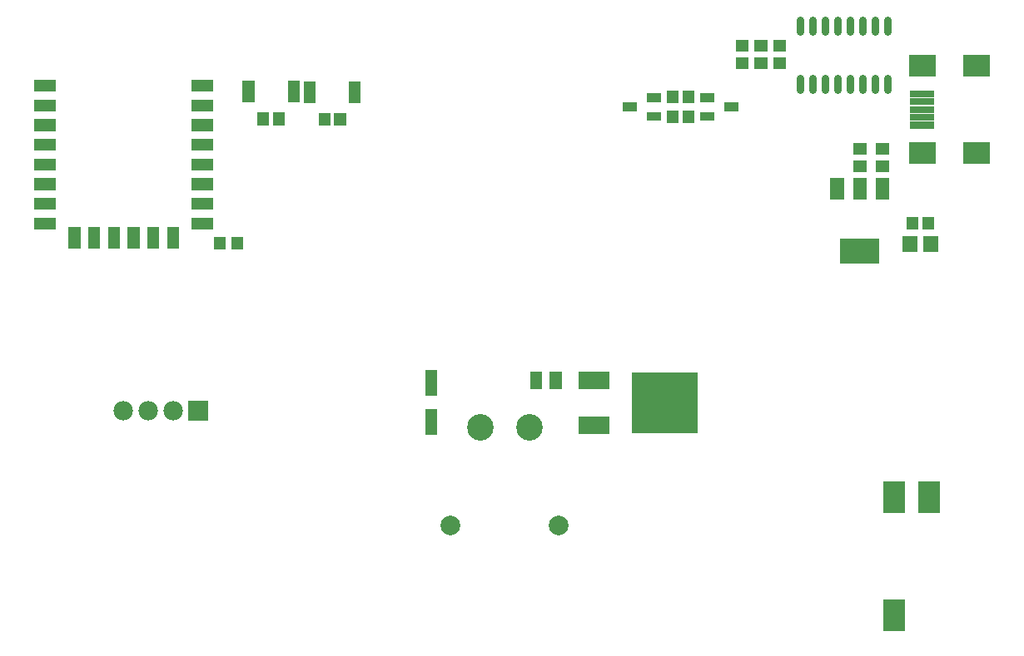
<source format=gbs>
G04 Layer: BottomSolderMaskLayer*
G04 EasyEDA v6.4.7, 2021-01-21T12:31:56+00:00*
G04 8b80c43fe55248bfb6e8376c4506c8f5,74a5fafabdd44b6e8d5e0fe5421ccbd6,10*
G04 Gerber Generator version 0.2*
G04 Scale: 100 percent, Rotated: No, Reflected: No *
G04 Dimensions in millimeters *
G04 leading zeros omitted , absolute positions ,3 integer and 3 decimal *
%FSLAX33Y33*%
%MOMM*%
G90*
D02*

%ADD40C,2.703195*%
%ADD41C,2.003196*%
%ADD43C,1.981200*%
%ADD46C,0.803199*%

%LPD*%
G54D46*
G01X88773Y60516D02*
G01X88773Y59316D01*
G01X87503Y60516D02*
G01X87503Y59316D01*
G01X86233Y60516D02*
G01X86233Y59316D01*
G01X84963Y60516D02*
G01X84963Y59316D01*
G01X83693Y60516D02*
G01X83693Y59316D01*
G01X82423Y60516D02*
G01X82423Y59316D01*
G01X81153Y60516D02*
G01X81153Y59316D01*
G01X79883Y60516D02*
G01X79883Y59316D01*
G01X88773Y66459D02*
G01X88773Y65259D01*
G01X87503Y66459D02*
G01X87503Y65259D01*
G01X86233Y66459D02*
G01X86233Y65259D01*
G01X84963Y66459D02*
G01X84963Y65259D01*
G01X83693Y66459D02*
G01X83693Y65259D01*
G01X82423Y66459D02*
G01X82423Y65259D01*
G01X81153Y66459D02*
G01X81153Y65259D01*
G01X79883Y66459D02*
G01X79883Y65259D01*
G36*
G01X57358Y28839D02*
G01X57358Y30642D01*
G01X60564Y30642D01*
G01X60564Y28839D01*
G01X57358Y28839D01*
G37*
G36*
G01X57353Y24267D02*
G01X57353Y26070D01*
G01X60556Y26070D01*
G01X60556Y24267D01*
G01X57353Y24267D01*
G37*
G36*
G01X62837Y24353D02*
G01X62837Y30556D01*
G01X69540Y30556D01*
G01X69540Y24353D01*
G01X62837Y24353D01*
G37*
G36*
G01X41776Y24153D02*
G01X41776Y26756D01*
G01X42979Y26756D01*
G01X42979Y24153D01*
G01X41776Y24153D01*
G37*
G36*
G01X41776Y28153D02*
G01X41776Y30757D01*
G01X42979Y30757D01*
G01X42979Y28153D01*
G01X41776Y28153D01*
G37*
G54D40*
G01X52371Y24962D03*
G01X47371Y24962D03*
G54D41*
G01X44371Y14962D03*
G01X55371Y14962D03*
G36*
G01X54460Y28864D02*
G01X54460Y30617D01*
G01X55664Y30617D01*
G01X55664Y28864D01*
G01X54460Y28864D01*
G37*
G36*
G01X52459Y28864D02*
G01X52459Y30617D01*
G01X53663Y30617D01*
G01X53663Y28864D01*
G01X52459Y28864D01*
G37*
G36*
G01X18037Y59103D02*
G01X18037Y60307D01*
G01X20239Y60307D01*
G01X20239Y59103D01*
G01X18037Y59103D01*
G37*
G36*
G01X18037Y57104D02*
G01X18037Y58308D01*
G01X20239Y58308D01*
G01X20239Y57104D01*
G01X18037Y57104D01*
G37*
G36*
G01X18037Y55105D02*
G01X18037Y56306D01*
G01X20239Y56306D01*
G01X20239Y55105D01*
G01X18037Y55105D01*
G37*
G36*
G01X18037Y53103D02*
G01X18037Y54307D01*
G01X20239Y54307D01*
G01X20239Y53103D01*
G01X18037Y53103D01*
G37*
G36*
G01X18037Y51104D02*
G01X18037Y52306D01*
G01X20239Y52306D01*
G01X20239Y51104D01*
G01X18037Y51104D01*
G37*
G36*
G01X18037Y49103D02*
G01X18037Y50307D01*
G01X20239Y50307D01*
G01X20239Y49103D01*
G01X18037Y49103D01*
G37*
G36*
G01X18037Y47104D02*
G01X18037Y48308D01*
G01X20239Y48308D01*
G01X20239Y47104D01*
G01X18037Y47104D01*
G37*
G36*
G01X18034Y45105D02*
G01X18034Y46306D01*
G01X20239Y46306D01*
G01X20239Y45105D01*
G01X18034Y45105D01*
G37*
G36*
G01X15535Y43124D02*
G01X15535Y45326D01*
G01X16739Y45326D01*
G01X16739Y43124D01*
G01X15535Y43124D01*
G37*
G36*
G01X13536Y43126D02*
G01X13536Y45328D01*
G01X14737Y45328D01*
G01X14737Y43126D01*
G01X13536Y43126D01*
G37*
G36*
G01X11534Y43124D02*
G01X11534Y45328D01*
G01X12738Y45328D01*
G01X12738Y43124D01*
G01X11534Y43124D01*
G37*
G36*
G01X9535Y43124D02*
G01X9535Y45328D01*
G01X10739Y45328D01*
G01X10739Y43124D01*
G01X9535Y43124D01*
G37*
G36*
G01X7536Y43124D02*
G01X7536Y45328D01*
G01X8738Y45328D01*
G01X8738Y43124D01*
G01X7536Y43124D01*
G37*
G36*
G01X5535Y43124D02*
G01X5535Y45328D01*
G01X6739Y45328D01*
G01X6739Y43124D01*
G01X5535Y43124D01*
G37*
G36*
G01X2035Y45105D02*
G01X2035Y46306D01*
G01X4239Y46306D01*
G01X4239Y45105D01*
G01X2035Y45105D01*
G37*
G36*
G01X2035Y47104D02*
G01X2035Y48308D01*
G01X4237Y48308D01*
G01X4237Y47104D01*
G01X2035Y47104D01*
G37*
G36*
G01X2032Y49103D02*
G01X2032Y50307D01*
G01X4237Y50307D01*
G01X4237Y49103D01*
G01X2032Y49103D01*
G37*
G36*
G01X2032Y51104D02*
G01X2032Y52308D01*
G01X4237Y52308D01*
G01X4237Y51104D01*
G01X2032Y51104D01*
G37*
G36*
G01X2035Y53103D02*
G01X2035Y54307D01*
G01X4237Y54307D01*
G01X4237Y53103D01*
G01X2035Y53103D01*
G37*
G36*
G01X2032Y55105D02*
G01X2032Y56306D01*
G01X4237Y56306D01*
G01X4237Y55105D01*
G01X2032Y55105D01*
G37*
G36*
G01X2032Y57104D02*
G01X2032Y58308D01*
G01X4237Y58308D01*
G01X4237Y57104D01*
G01X2032Y57104D01*
G37*
G36*
G01X2032Y59103D02*
G01X2032Y60307D01*
G01X4237Y60307D01*
G01X4237Y59103D01*
G01X2032Y59103D01*
G37*
G36*
G01X29444Y57975D02*
G01X29444Y60180D01*
G01X30645Y60180D01*
G01X30645Y57975D01*
G01X29444Y57975D01*
G37*
G36*
G01X34044Y57975D02*
G01X34044Y60180D01*
G01X35245Y60180D01*
G01X35245Y57975D01*
G01X34044Y57975D01*
G37*
G36*
G01X23221Y58034D02*
G01X23221Y60238D01*
G01X24422Y60238D01*
G01X24422Y58034D01*
G01X23221Y58034D01*
G37*
G36*
G01X27821Y58034D02*
G01X27821Y60238D01*
G01X29022Y60238D01*
G01X29022Y58034D01*
G01X27821Y58034D01*
G37*
G36*
G01X96482Y60647D02*
G01X96482Y62852D01*
G01X99185Y62852D01*
G01X99185Y60647D01*
G01X96482Y60647D01*
G37*
G36*
G01X90980Y60647D02*
G01X90980Y62852D01*
G01X93683Y62852D01*
G01X93683Y60647D01*
G01X90980Y60647D01*
G37*
G36*
G01X96482Y51747D02*
G01X96482Y53952D01*
G01X99185Y53952D01*
G01X99185Y51747D01*
G01X96482Y51747D01*
G37*
G36*
G01X90980Y51747D02*
G01X90980Y53952D01*
G01X93683Y53952D01*
G01X93683Y51747D01*
G01X90980Y51747D01*
G37*
G36*
G01X91082Y55349D02*
G01X91082Y56052D01*
G01X93584Y56052D01*
G01X93584Y55349D01*
G01X91082Y55349D01*
G37*
G36*
G01X91082Y56149D02*
G01X91082Y56850D01*
G01X93584Y56850D01*
G01X93584Y56149D01*
G01X91082Y56149D01*
G37*
G36*
G01X91082Y56949D02*
G01X91082Y57650D01*
G01X93584Y57650D01*
G01X93584Y56949D01*
G01X91082Y56949D01*
G37*
G36*
G01X91082Y57749D02*
G01X91082Y58450D01*
G01X93584Y58450D01*
G01X93584Y57749D01*
G01X91082Y57749D01*
G37*
G36*
G01X91082Y58549D02*
G01X91082Y59250D01*
G01X93584Y59250D01*
G01X93584Y58549D01*
G01X91082Y58549D01*
G37*
G36*
G01X77201Y63185D02*
G01X77201Y64389D01*
G01X78504Y64389D01*
G01X78504Y63185D01*
G01X77201Y63185D01*
G37*
G36*
G01X77201Y61386D02*
G01X77201Y62588D01*
G01X78504Y62588D01*
G01X78504Y61386D01*
G01X77201Y61386D01*
G37*
G36*
G01X17699Y25641D02*
G01X17699Y27622D01*
G01X19680Y27622D01*
G01X19680Y25641D01*
G01X17699Y25641D01*
G37*
G54D43*
G01X16149Y26632D03*
G01X13609Y26632D03*
G01X11069Y26632D03*
G36*
G01X83995Y41638D02*
G01X83995Y44142D01*
G01X87998Y44142D01*
G01X87998Y41638D01*
G01X83995Y41638D01*
G37*
G36*
G01X85296Y48138D02*
G01X85296Y50342D01*
G01X86700Y50342D01*
G01X86700Y48138D01*
G01X85296Y48138D01*
G37*
G36*
G01X87597Y48138D02*
G01X87597Y50342D01*
G01X88999Y50342D01*
G01X88999Y48138D01*
G01X87597Y48138D01*
G37*
G36*
G01X82997Y48138D02*
G01X82997Y50342D01*
G01X84399Y50342D01*
G01X84399Y48138D01*
G01X82997Y48138D01*
G37*
G36*
G01X92443Y42786D02*
G01X92443Y44389D01*
G01X93947Y44389D01*
G01X93947Y42786D01*
G01X92443Y42786D01*
G37*
G36*
G01X90343Y42786D02*
G01X90343Y44389D01*
G01X91847Y44389D01*
G01X91847Y42786D01*
G01X90343Y42786D01*
G37*
G36*
G01X30942Y55631D02*
G01X30942Y56936D01*
G01X32146Y56936D01*
G01X32146Y55631D01*
G01X30942Y55631D01*
G37*
G36*
G01X32543Y55631D02*
G01X32543Y56936D01*
G01X33747Y56936D01*
G01X33747Y55631D01*
G01X32543Y55631D01*
G37*
G36*
G01X90759Y45090D02*
G01X90759Y46395D01*
G01X91963Y46395D01*
G01X91963Y45090D01*
G01X90759Y45090D01*
G37*
G36*
G01X92360Y45090D02*
G01X92360Y46395D01*
G01X93564Y46395D01*
G01X93564Y45090D01*
G01X92360Y45090D01*
G37*
G36*
G01X24719Y55689D02*
G01X24719Y56995D01*
G01X25923Y56995D01*
G01X25923Y55689D01*
G01X24719Y55689D01*
G37*
G36*
G01X26320Y55689D02*
G01X26320Y56995D01*
G01X27524Y56995D01*
G01X27524Y55689D01*
G01X26320Y55689D01*
G37*
G36*
G01X85347Y52712D02*
G01X85347Y53916D01*
G01X86650Y53916D01*
G01X86650Y52712D01*
G01X85347Y52712D01*
G37*
G36*
G01X85347Y50914D02*
G01X85347Y52115D01*
G01X86650Y52115D01*
G01X86650Y50914D01*
G01X85347Y50914D01*
G37*
G36*
G01X73391Y63185D02*
G01X73391Y64389D01*
G01X74694Y64389D01*
G01X74694Y63185D01*
G01X73391Y63185D01*
G37*
G36*
G01X73391Y61386D02*
G01X73391Y62588D01*
G01X74694Y62588D01*
G01X74694Y61386D01*
G01X73391Y61386D01*
G37*
G36*
G01X75296Y63185D02*
G01X75296Y64389D01*
G01X76599Y64389D01*
G01X76599Y63185D01*
G01X75296Y63185D01*
G37*
G36*
G01X75296Y61386D02*
G01X75296Y62588D01*
G01X76599Y62588D01*
G01X76599Y61386D01*
G01X75296Y61386D01*
G37*
G36*
G01X87633Y52712D02*
G01X87633Y53916D01*
G01X88936Y53916D01*
G01X88936Y52712D01*
G01X87633Y52712D01*
G37*
G36*
G01X87633Y50914D02*
G01X87633Y52115D01*
G01X88936Y52115D01*
G01X88936Y50914D01*
G01X87633Y50914D01*
G37*
G36*
G01X72238Y57101D02*
G01X72238Y58006D01*
G01X73691Y58006D01*
G01X73691Y57101D01*
G01X72238Y57101D01*
G37*
G36*
G01X69738Y58051D02*
G01X69738Y58956D01*
G01X71191Y58956D01*
G01X71191Y58051D01*
G01X69738Y58051D01*
G37*
G36*
G01X69738Y56151D02*
G01X69738Y57056D01*
G01X71191Y57056D01*
G01X71191Y56151D01*
G01X69738Y56151D01*
G37*
G36*
G01X61864Y57101D02*
G01X61864Y58006D01*
G01X63317Y58006D01*
G01X63317Y57101D01*
G01X61864Y57101D01*
G37*
G36*
G01X64364Y56151D02*
G01X64364Y57056D01*
G01X65817Y57056D01*
G01X65817Y56151D01*
G01X64364Y56151D01*
G37*
G36*
G01X64364Y58051D02*
G01X64364Y58956D01*
G01X65817Y58956D01*
G01X65817Y58051D01*
G01X64364Y58051D01*
G37*
G36*
G01X66375Y57917D02*
G01X66375Y59222D01*
G01X67579Y59222D01*
G01X67579Y57917D01*
G01X66375Y57917D01*
G37*
G36*
G01X67976Y57917D02*
G01X67976Y59222D01*
G01X69180Y59222D01*
G01X69180Y57917D01*
G01X67976Y57917D01*
G37*
G36*
G01X67976Y55885D02*
G01X67976Y57190D01*
G01X69180Y57190D01*
G01X69180Y55885D01*
G01X67976Y55885D01*
G37*
G36*
G01X66375Y55885D02*
G01X66375Y57190D01*
G01X67579Y57190D01*
G01X67579Y55885D01*
G01X66375Y55885D01*
G37*
G36*
G01X20302Y43058D02*
G01X20302Y44363D01*
G01X21506Y44363D01*
G01X21506Y43058D01*
G01X20302Y43058D01*
G37*
G36*
G01X22103Y43058D02*
G01X22103Y44363D01*
G01X23305Y44363D01*
G01X23305Y43058D01*
G01X22103Y43058D01*
G37*
G36*
G01X88420Y16233D02*
G01X88420Y19436D01*
G01X90625Y19436D01*
G01X90625Y16233D01*
G01X88420Y16233D01*
G37*
G36*
G01X91920Y16233D02*
G01X91920Y19436D01*
G01X94125Y19436D01*
G01X94125Y16233D01*
G01X91920Y16233D01*
G37*
G36*
G01X88420Y4231D02*
G01X88420Y7434D01*
G01X90625Y7434D01*
G01X90625Y4231D01*
G01X88420Y4231D01*
G37*
M00*
M02*

</source>
